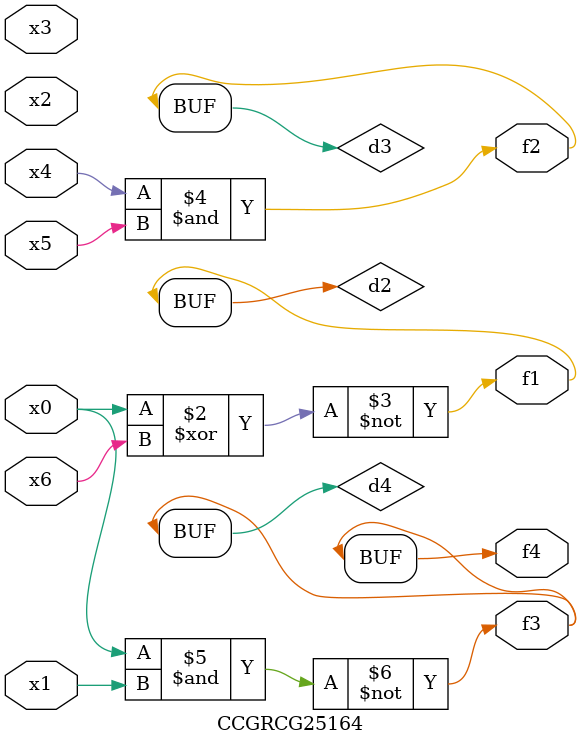
<source format=v>
module CCGRCG25164(
	input x0, x1, x2, x3, x4, x5, x6,
	output f1, f2, f3, f4
);

	wire d1, d2, d3, d4;

	nor (d1, x0);
	xnor (d2, x0, x6);
	and (d3, x4, x5);
	nand (d4, x0, x1);
	assign f1 = d2;
	assign f2 = d3;
	assign f3 = d4;
	assign f4 = d4;
endmodule

</source>
